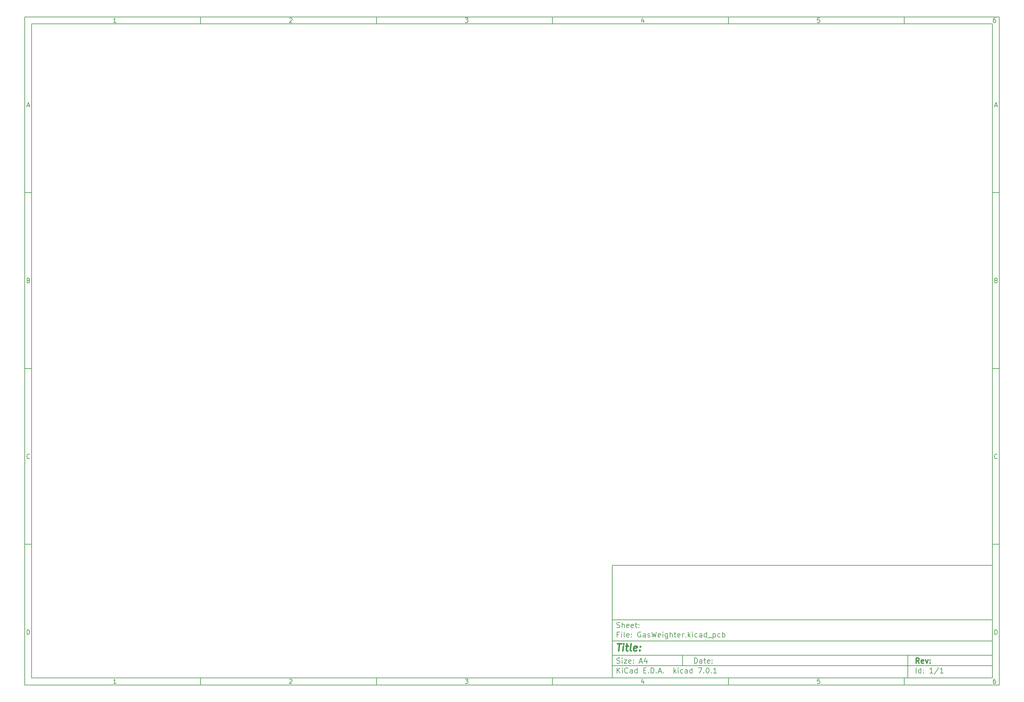
<source format=gbr>
%TF.GenerationSoftware,KiCad,Pcbnew,7.0.1*%
%TF.CreationDate,2023-11-23T19:52:31+01:00*%
%TF.ProjectId,GasWeighter,47617357-6569-4676-9874-65722e6b6963,rev?*%
%TF.SameCoordinates,Original*%
%TF.FileFunction,Paste,Bot*%
%TF.FilePolarity,Positive*%
%FSLAX46Y46*%
G04 Gerber Fmt 4.6, Leading zero omitted, Abs format (unit mm)*
G04 Created by KiCad (PCBNEW 7.0.1) date 2023-11-23 19:52:31*
%MOMM*%
%LPD*%
G01*
G04 APERTURE LIST*
%ADD10C,0.100000*%
%ADD11C,0.150000*%
%ADD12C,0.300000*%
%ADD13C,0.400000*%
G04 APERTURE END LIST*
D10*
D11*
X177002200Y-166007200D02*
X285002200Y-166007200D01*
X285002200Y-198007200D01*
X177002200Y-198007200D01*
X177002200Y-166007200D01*
D10*
D11*
X10000000Y-10000000D02*
X287002200Y-10000000D01*
X287002200Y-200007200D01*
X10000000Y-200007200D01*
X10000000Y-10000000D01*
D10*
D11*
X12000000Y-12000000D02*
X285002200Y-12000000D01*
X285002200Y-198007200D01*
X12000000Y-198007200D01*
X12000000Y-12000000D01*
D10*
D11*
X60000000Y-12000000D02*
X60000000Y-10000000D01*
D10*
D11*
X110000000Y-12000000D02*
X110000000Y-10000000D01*
D10*
D11*
X160000000Y-12000000D02*
X160000000Y-10000000D01*
D10*
D11*
X210000000Y-12000000D02*
X210000000Y-10000000D01*
D10*
D11*
X260000000Y-12000000D02*
X260000000Y-10000000D01*
D10*
D11*
X35990476Y-11601404D02*
X35247619Y-11601404D01*
X35619047Y-11601404D02*
X35619047Y-10301404D01*
X35619047Y-10301404D02*
X35495238Y-10487119D01*
X35495238Y-10487119D02*
X35371428Y-10610928D01*
X35371428Y-10610928D02*
X35247619Y-10672833D01*
D10*
D11*
X85247619Y-10425214D02*
X85309523Y-10363309D01*
X85309523Y-10363309D02*
X85433333Y-10301404D01*
X85433333Y-10301404D02*
X85742857Y-10301404D01*
X85742857Y-10301404D02*
X85866666Y-10363309D01*
X85866666Y-10363309D02*
X85928571Y-10425214D01*
X85928571Y-10425214D02*
X85990476Y-10549023D01*
X85990476Y-10549023D02*
X85990476Y-10672833D01*
X85990476Y-10672833D02*
X85928571Y-10858547D01*
X85928571Y-10858547D02*
X85185714Y-11601404D01*
X85185714Y-11601404D02*
X85990476Y-11601404D01*
D10*
D11*
X135185714Y-10301404D02*
X135990476Y-10301404D01*
X135990476Y-10301404D02*
X135557142Y-10796642D01*
X135557142Y-10796642D02*
X135742857Y-10796642D01*
X135742857Y-10796642D02*
X135866666Y-10858547D01*
X135866666Y-10858547D02*
X135928571Y-10920452D01*
X135928571Y-10920452D02*
X135990476Y-11044261D01*
X135990476Y-11044261D02*
X135990476Y-11353785D01*
X135990476Y-11353785D02*
X135928571Y-11477595D01*
X135928571Y-11477595D02*
X135866666Y-11539500D01*
X135866666Y-11539500D02*
X135742857Y-11601404D01*
X135742857Y-11601404D02*
X135371428Y-11601404D01*
X135371428Y-11601404D02*
X135247619Y-11539500D01*
X135247619Y-11539500D02*
X135185714Y-11477595D01*
D10*
D11*
X185866666Y-10734738D02*
X185866666Y-11601404D01*
X185557142Y-10239500D02*
X185247619Y-11168071D01*
X185247619Y-11168071D02*
X186052380Y-11168071D01*
D10*
D11*
X235928571Y-10301404D02*
X235309523Y-10301404D01*
X235309523Y-10301404D02*
X235247619Y-10920452D01*
X235247619Y-10920452D02*
X235309523Y-10858547D01*
X235309523Y-10858547D02*
X235433333Y-10796642D01*
X235433333Y-10796642D02*
X235742857Y-10796642D01*
X235742857Y-10796642D02*
X235866666Y-10858547D01*
X235866666Y-10858547D02*
X235928571Y-10920452D01*
X235928571Y-10920452D02*
X235990476Y-11044261D01*
X235990476Y-11044261D02*
X235990476Y-11353785D01*
X235990476Y-11353785D02*
X235928571Y-11477595D01*
X235928571Y-11477595D02*
X235866666Y-11539500D01*
X235866666Y-11539500D02*
X235742857Y-11601404D01*
X235742857Y-11601404D02*
X235433333Y-11601404D01*
X235433333Y-11601404D02*
X235309523Y-11539500D01*
X235309523Y-11539500D02*
X235247619Y-11477595D01*
D10*
D11*
X285866666Y-10301404D02*
X285619047Y-10301404D01*
X285619047Y-10301404D02*
X285495238Y-10363309D01*
X285495238Y-10363309D02*
X285433333Y-10425214D01*
X285433333Y-10425214D02*
X285309523Y-10610928D01*
X285309523Y-10610928D02*
X285247619Y-10858547D01*
X285247619Y-10858547D02*
X285247619Y-11353785D01*
X285247619Y-11353785D02*
X285309523Y-11477595D01*
X285309523Y-11477595D02*
X285371428Y-11539500D01*
X285371428Y-11539500D02*
X285495238Y-11601404D01*
X285495238Y-11601404D02*
X285742857Y-11601404D01*
X285742857Y-11601404D02*
X285866666Y-11539500D01*
X285866666Y-11539500D02*
X285928571Y-11477595D01*
X285928571Y-11477595D02*
X285990476Y-11353785D01*
X285990476Y-11353785D02*
X285990476Y-11044261D01*
X285990476Y-11044261D02*
X285928571Y-10920452D01*
X285928571Y-10920452D02*
X285866666Y-10858547D01*
X285866666Y-10858547D02*
X285742857Y-10796642D01*
X285742857Y-10796642D02*
X285495238Y-10796642D01*
X285495238Y-10796642D02*
X285371428Y-10858547D01*
X285371428Y-10858547D02*
X285309523Y-10920452D01*
X285309523Y-10920452D02*
X285247619Y-11044261D01*
D10*
D11*
X60000000Y-198007200D02*
X60000000Y-200007200D01*
D10*
D11*
X110000000Y-198007200D02*
X110000000Y-200007200D01*
D10*
D11*
X160000000Y-198007200D02*
X160000000Y-200007200D01*
D10*
D11*
X210000000Y-198007200D02*
X210000000Y-200007200D01*
D10*
D11*
X260000000Y-198007200D02*
X260000000Y-200007200D01*
D10*
D11*
X35990476Y-199608604D02*
X35247619Y-199608604D01*
X35619047Y-199608604D02*
X35619047Y-198308604D01*
X35619047Y-198308604D02*
X35495238Y-198494319D01*
X35495238Y-198494319D02*
X35371428Y-198618128D01*
X35371428Y-198618128D02*
X35247619Y-198680033D01*
D10*
D11*
X85247619Y-198432414D02*
X85309523Y-198370509D01*
X85309523Y-198370509D02*
X85433333Y-198308604D01*
X85433333Y-198308604D02*
X85742857Y-198308604D01*
X85742857Y-198308604D02*
X85866666Y-198370509D01*
X85866666Y-198370509D02*
X85928571Y-198432414D01*
X85928571Y-198432414D02*
X85990476Y-198556223D01*
X85990476Y-198556223D02*
X85990476Y-198680033D01*
X85990476Y-198680033D02*
X85928571Y-198865747D01*
X85928571Y-198865747D02*
X85185714Y-199608604D01*
X85185714Y-199608604D02*
X85990476Y-199608604D01*
D10*
D11*
X135185714Y-198308604D02*
X135990476Y-198308604D01*
X135990476Y-198308604D02*
X135557142Y-198803842D01*
X135557142Y-198803842D02*
X135742857Y-198803842D01*
X135742857Y-198803842D02*
X135866666Y-198865747D01*
X135866666Y-198865747D02*
X135928571Y-198927652D01*
X135928571Y-198927652D02*
X135990476Y-199051461D01*
X135990476Y-199051461D02*
X135990476Y-199360985D01*
X135990476Y-199360985D02*
X135928571Y-199484795D01*
X135928571Y-199484795D02*
X135866666Y-199546700D01*
X135866666Y-199546700D02*
X135742857Y-199608604D01*
X135742857Y-199608604D02*
X135371428Y-199608604D01*
X135371428Y-199608604D02*
X135247619Y-199546700D01*
X135247619Y-199546700D02*
X135185714Y-199484795D01*
D10*
D11*
X185866666Y-198741938D02*
X185866666Y-199608604D01*
X185557142Y-198246700D02*
X185247619Y-199175271D01*
X185247619Y-199175271D02*
X186052380Y-199175271D01*
D10*
D11*
X235928571Y-198308604D02*
X235309523Y-198308604D01*
X235309523Y-198308604D02*
X235247619Y-198927652D01*
X235247619Y-198927652D02*
X235309523Y-198865747D01*
X235309523Y-198865747D02*
X235433333Y-198803842D01*
X235433333Y-198803842D02*
X235742857Y-198803842D01*
X235742857Y-198803842D02*
X235866666Y-198865747D01*
X235866666Y-198865747D02*
X235928571Y-198927652D01*
X235928571Y-198927652D02*
X235990476Y-199051461D01*
X235990476Y-199051461D02*
X235990476Y-199360985D01*
X235990476Y-199360985D02*
X235928571Y-199484795D01*
X235928571Y-199484795D02*
X235866666Y-199546700D01*
X235866666Y-199546700D02*
X235742857Y-199608604D01*
X235742857Y-199608604D02*
X235433333Y-199608604D01*
X235433333Y-199608604D02*
X235309523Y-199546700D01*
X235309523Y-199546700D02*
X235247619Y-199484795D01*
D10*
D11*
X285866666Y-198308604D02*
X285619047Y-198308604D01*
X285619047Y-198308604D02*
X285495238Y-198370509D01*
X285495238Y-198370509D02*
X285433333Y-198432414D01*
X285433333Y-198432414D02*
X285309523Y-198618128D01*
X285309523Y-198618128D02*
X285247619Y-198865747D01*
X285247619Y-198865747D02*
X285247619Y-199360985D01*
X285247619Y-199360985D02*
X285309523Y-199484795D01*
X285309523Y-199484795D02*
X285371428Y-199546700D01*
X285371428Y-199546700D02*
X285495238Y-199608604D01*
X285495238Y-199608604D02*
X285742857Y-199608604D01*
X285742857Y-199608604D02*
X285866666Y-199546700D01*
X285866666Y-199546700D02*
X285928571Y-199484795D01*
X285928571Y-199484795D02*
X285990476Y-199360985D01*
X285990476Y-199360985D02*
X285990476Y-199051461D01*
X285990476Y-199051461D02*
X285928571Y-198927652D01*
X285928571Y-198927652D02*
X285866666Y-198865747D01*
X285866666Y-198865747D02*
X285742857Y-198803842D01*
X285742857Y-198803842D02*
X285495238Y-198803842D01*
X285495238Y-198803842D02*
X285371428Y-198865747D01*
X285371428Y-198865747D02*
X285309523Y-198927652D01*
X285309523Y-198927652D02*
X285247619Y-199051461D01*
D10*
D11*
X10000000Y-60000000D02*
X12000000Y-60000000D01*
D10*
D11*
X10000000Y-110000000D02*
X12000000Y-110000000D01*
D10*
D11*
X10000000Y-160000000D02*
X12000000Y-160000000D01*
D10*
D11*
X10690476Y-35229976D02*
X11309523Y-35229976D01*
X10566666Y-35601404D02*
X10999999Y-34301404D01*
X10999999Y-34301404D02*
X11433333Y-35601404D01*
D10*
D11*
X11092857Y-84920452D02*
X11278571Y-84982357D01*
X11278571Y-84982357D02*
X11340476Y-85044261D01*
X11340476Y-85044261D02*
X11402380Y-85168071D01*
X11402380Y-85168071D02*
X11402380Y-85353785D01*
X11402380Y-85353785D02*
X11340476Y-85477595D01*
X11340476Y-85477595D02*
X11278571Y-85539500D01*
X11278571Y-85539500D02*
X11154761Y-85601404D01*
X11154761Y-85601404D02*
X10659523Y-85601404D01*
X10659523Y-85601404D02*
X10659523Y-84301404D01*
X10659523Y-84301404D02*
X11092857Y-84301404D01*
X11092857Y-84301404D02*
X11216666Y-84363309D01*
X11216666Y-84363309D02*
X11278571Y-84425214D01*
X11278571Y-84425214D02*
X11340476Y-84549023D01*
X11340476Y-84549023D02*
X11340476Y-84672833D01*
X11340476Y-84672833D02*
X11278571Y-84796642D01*
X11278571Y-84796642D02*
X11216666Y-84858547D01*
X11216666Y-84858547D02*
X11092857Y-84920452D01*
X11092857Y-84920452D02*
X10659523Y-84920452D01*
D10*
D11*
X11402380Y-135477595D02*
X11340476Y-135539500D01*
X11340476Y-135539500D02*
X11154761Y-135601404D01*
X11154761Y-135601404D02*
X11030952Y-135601404D01*
X11030952Y-135601404D02*
X10845238Y-135539500D01*
X10845238Y-135539500D02*
X10721428Y-135415690D01*
X10721428Y-135415690D02*
X10659523Y-135291880D01*
X10659523Y-135291880D02*
X10597619Y-135044261D01*
X10597619Y-135044261D02*
X10597619Y-134858547D01*
X10597619Y-134858547D02*
X10659523Y-134610928D01*
X10659523Y-134610928D02*
X10721428Y-134487119D01*
X10721428Y-134487119D02*
X10845238Y-134363309D01*
X10845238Y-134363309D02*
X11030952Y-134301404D01*
X11030952Y-134301404D02*
X11154761Y-134301404D01*
X11154761Y-134301404D02*
X11340476Y-134363309D01*
X11340476Y-134363309D02*
X11402380Y-134425214D01*
D10*
D11*
X10659523Y-185601404D02*
X10659523Y-184301404D01*
X10659523Y-184301404D02*
X10969047Y-184301404D01*
X10969047Y-184301404D02*
X11154761Y-184363309D01*
X11154761Y-184363309D02*
X11278571Y-184487119D01*
X11278571Y-184487119D02*
X11340476Y-184610928D01*
X11340476Y-184610928D02*
X11402380Y-184858547D01*
X11402380Y-184858547D02*
X11402380Y-185044261D01*
X11402380Y-185044261D02*
X11340476Y-185291880D01*
X11340476Y-185291880D02*
X11278571Y-185415690D01*
X11278571Y-185415690D02*
X11154761Y-185539500D01*
X11154761Y-185539500D02*
X10969047Y-185601404D01*
X10969047Y-185601404D02*
X10659523Y-185601404D01*
D10*
D11*
X287002200Y-60000000D02*
X285002200Y-60000000D01*
D10*
D11*
X287002200Y-110000000D02*
X285002200Y-110000000D01*
D10*
D11*
X287002200Y-160000000D02*
X285002200Y-160000000D01*
D10*
D11*
X285692676Y-35229976D02*
X286311723Y-35229976D01*
X285568866Y-35601404D02*
X286002199Y-34301404D01*
X286002199Y-34301404D02*
X286435533Y-35601404D01*
D10*
D11*
X286095057Y-84920452D02*
X286280771Y-84982357D01*
X286280771Y-84982357D02*
X286342676Y-85044261D01*
X286342676Y-85044261D02*
X286404580Y-85168071D01*
X286404580Y-85168071D02*
X286404580Y-85353785D01*
X286404580Y-85353785D02*
X286342676Y-85477595D01*
X286342676Y-85477595D02*
X286280771Y-85539500D01*
X286280771Y-85539500D02*
X286156961Y-85601404D01*
X286156961Y-85601404D02*
X285661723Y-85601404D01*
X285661723Y-85601404D02*
X285661723Y-84301404D01*
X285661723Y-84301404D02*
X286095057Y-84301404D01*
X286095057Y-84301404D02*
X286218866Y-84363309D01*
X286218866Y-84363309D02*
X286280771Y-84425214D01*
X286280771Y-84425214D02*
X286342676Y-84549023D01*
X286342676Y-84549023D02*
X286342676Y-84672833D01*
X286342676Y-84672833D02*
X286280771Y-84796642D01*
X286280771Y-84796642D02*
X286218866Y-84858547D01*
X286218866Y-84858547D02*
X286095057Y-84920452D01*
X286095057Y-84920452D02*
X285661723Y-84920452D01*
D10*
D11*
X286404580Y-135477595D02*
X286342676Y-135539500D01*
X286342676Y-135539500D02*
X286156961Y-135601404D01*
X286156961Y-135601404D02*
X286033152Y-135601404D01*
X286033152Y-135601404D02*
X285847438Y-135539500D01*
X285847438Y-135539500D02*
X285723628Y-135415690D01*
X285723628Y-135415690D02*
X285661723Y-135291880D01*
X285661723Y-135291880D02*
X285599819Y-135044261D01*
X285599819Y-135044261D02*
X285599819Y-134858547D01*
X285599819Y-134858547D02*
X285661723Y-134610928D01*
X285661723Y-134610928D02*
X285723628Y-134487119D01*
X285723628Y-134487119D02*
X285847438Y-134363309D01*
X285847438Y-134363309D02*
X286033152Y-134301404D01*
X286033152Y-134301404D02*
X286156961Y-134301404D01*
X286156961Y-134301404D02*
X286342676Y-134363309D01*
X286342676Y-134363309D02*
X286404580Y-134425214D01*
D10*
D11*
X285661723Y-185601404D02*
X285661723Y-184301404D01*
X285661723Y-184301404D02*
X285971247Y-184301404D01*
X285971247Y-184301404D02*
X286156961Y-184363309D01*
X286156961Y-184363309D02*
X286280771Y-184487119D01*
X286280771Y-184487119D02*
X286342676Y-184610928D01*
X286342676Y-184610928D02*
X286404580Y-184858547D01*
X286404580Y-184858547D02*
X286404580Y-185044261D01*
X286404580Y-185044261D02*
X286342676Y-185291880D01*
X286342676Y-185291880D02*
X286280771Y-185415690D01*
X286280771Y-185415690D02*
X286156961Y-185539500D01*
X286156961Y-185539500D02*
X285971247Y-185601404D01*
X285971247Y-185601404D02*
X285661723Y-185601404D01*
D10*
D11*
X200359342Y-193801128D02*
X200359342Y-192301128D01*
X200359342Y-192301128D02*
X200716485Y-192301128D01*
X200716485Y-192301128D02*
X200930771Y-192372557D01*
X200930771Y-192372557D02*
X201073628Y-192515414D01*
X201073628Y-192515414D02*
X201145057Y-192658271D01*
X201145057Y-192658271D02*
X201216485Y-192943985D01*
X201216485Y-192943985D02*
X201216485Y-193158271D01*
X201216485Y-193158271D02*
X201145057Y-193443985D01*
X201145057Y-193443985D02*
X201073628Y-193586842D01*
X201073628Y-193586842D02*
X200930771Y-193729700D01*
X200930771Y-193729700D02*
X200716485Y-193801128D01*
X200716485Y-193801128D02*
X200359342Y-193801128D01*
X202502200Y-193801128D02*
X202502200Y-193015414D01*
X202502200Y-193015414D02*
X202430771Y-192872557D01*
X202430771Y-192872557D02*
X202287914Y-192801128D01*
X202287914Y-192801128D02*
X202002200Y-192801128D01*
X202002200Y-192801128D02*
X201859342Y-192872557D01*
X202502200Y-193729700D02*
X202359342Y-193801128D01*
X202359342Y-193801128D02*
X202002200Y-193801128D01*
X202002200Y-193801128D02*
X201859342Y-193729700D01*
X201859342Y-193729700D02*
X201787914Y-193586842D01*
X201787914Y-193586842D02*
X201787914Y-193443985D01*
X201787914Y-193443985D02*
X201859342Y-193301128D01*
X201859342Y-193301128D02*
X202002200Y-193229700D01*
X202002200Y-193229700D02*
X202359342Y-193229700D01*
X202359342Y-193229700D02*
X202502200Y-193158271D01*
X203002200Y-192801128D02*
X203573628Y-192801128D01*
X203216485Y-192301128D02*
X203216485Y-193586842D01*
X203216485Y-193586842D02*
X203287914Y-193729700D01*
X203287914Y-193729700D02*
X203430771Y-193801128D01*
X203430771Y-193801128D02*
X203573628Y-193801128D01*
X204645057Y-193729700D02*
X204502200Y-193801128D01*
X204502200Y-193801128D02*
X204216486Y-193801128D01*
X204216486Y-193801128D02*
X204073628Y-193729700D01*
X204073628Y-193729700D02*
X204002200Y-193586842D01*
X204002200Y-193586842D02*
X204002200Y-193015414D01*
X204002200Y-193015414D02*
X204073628Y-192872557D01*
X204073628Y-192872557D02*
X204216486Y-192801128D01*
X204216486Y-192801128D02*
X204502200Y-192801128D01*
X204502200Y-192801128D02*
X204645057Y-192872557D01*
X204645057Y-192872557D02*
X204716486Y-193015414D01*
X204716486Y-193015414D02*
X204716486Y-193158271D01*
X204716486Y-193158271D02*
X204002200Y-193301128D01*
X205359342Y-193658271D02*
X205430771Y-193729700D01*
X205430771Y-193729700D02*
X205359342Y-193801128D01*
X205359342Y-193801128D02*
X205287914Y-193729700D01*
X205287914Y-193729700D02*
X205359342Y-193658271D01*
X205359342Y-193658271D02*
X205359342Y-193801128D01*
X205359342Y-192872557D02*
X205430771Y-192943985D01*
X205430771Y-192943985D02*
X205359342Y-193015414D01*
X205359342Y-193015414D02*
X205287914Y-192943985D01*
X205287914Y-192943985D02*
X205359342Y-192872557D01*
X205359342Y-192872557D02*
X205359342Y-193015414D01*
D10*
D11*
X177002200Y-194507200D02*
X285002200Y-194507200D01*
D10*
D11*
X178359342Y-196601128D02*
X178359342Y-195101128D01*
X179216485Y-196601128D02*
X178573628Y-195743985D01*
X179216485Y-195101128D02*
X178359342Y-195958271D01*
X179859342Y-196601128D02*
X179859342Y-195601128D01*
X179859342Y-195101128D02*
X179787914Y-195172557D01*
X179787914Y-195172557D02*
X179859342Y-195243985D01*
X179859342Y-195243985D02*
X179930771Y-195172557D01*
X179930771Y-195172557D02*
X179859342Y-195101128D01*
X179859342Y-195101128D02*
X179859342Y-195243985D01*
X181430771Y-196458271D02*
X181359343Y-196529700D01*
X181359343Y-196529700D02*
X181145057Y-196601128D01*
X181145057Y-196601128D02*
X181002200Y-196601128D01*
X181002200Y-196601128D02*
X180787914Y-196529700D01*
X180787914Y-196529700D02*
X180645057Y-196386842D01*
X180645057Y-196386842D02*
X180573628Y-196243985D01*
X180573628Y-196243985D02*
X180502200Y-195958271D01*
X180502200Y-195958271D02*
X180502200Y-195743985D01*
X180502200Y-195743985D02*
X180573628Y-195458271D01*
X180573628Y-195458271D02*
X180645057Y-195315414D01*
X180645057Y-195315414D02*
X180787914Y-195172557D01*
X180787914Y-195172557D02*
X181002200Y-195101128D01*
X181002200Y-195101128D02*
X181145057Y-195101128D01*
X181145057Y-195101128D02*
X181359343Y-195172557D01*
X181359343Y-195172557D02*
X181430771Y-195243985D01*
X182716486Y-196601128D02*
X182716486Y-195815414D01*
X182716486Y-195815414D02*
X182645057Y-195672557D01*
X182645057Y-195672557D02*
X182502200Y-195601128D01*
X182502200Y-195601128D02*
X182216486Y-195601128D01*
X182216486Y-195601128D02*
X182073628Y-195672557D01*
X182716486Y-196529700D02*
X182573628Y-196601128D01*
X182573628Y-196601128D02*
X182216486Y-196601128D01*
X182216486Y-196601128D02*
X182073628Y-196529700D01*
X182073628Y-196529700D02*
X182002200Y-196386842D01*
X182002200Y-196386842D02*
X182002200Y-196243985D01*
X182002200Y-196243985D02*
X182073628Y-196101128D01*
X182073628Y-196101128D02*
X182216486Y-196029700D01*
X182216486Y-196029700D02*
X182573628Y-196029700D01*
X182573628Y-196029700D02*
X182716486Y-195958271D01*
X184073629Y-196601128D02*
X184073629Y-195101128D01*
X184073629Y-196529700D02*
X183930771Y-196601128D01*
X183930771Y-196601128D02*
X183645057Y-196601128D01*
X183645057Y-196601128D02*
X183502200Y-196529700D01*
X183502200Y-196529700D02*
X183430771Y-196458271D01*
X183430771Y-196458271D02*
X183359343Y-196315414D01*
X183359343Y-196315414D02*
X183359343Y-195886842D01*
X183359343Y-195886842D02*
X183430771Y-195743985D01*
X183430771Y-195743985D02*
X183502200Y-195672557D01*
X183502200Y-195672557D02*
X183645057Y-195601128D01*
X183645057Y-195601128D02*
X183930771Y-195601128D01*
X183930771Y-195601128D02*
X184073629Y-195672557D01*
X185930771Y-195815414D02*
X186430771Y-195815414D01*
X186645057Y-196601128D02*
X185930771Y-196601128D01*
X185930771Y-196601128D02*
X185930771Y-195101128D01*
X185930771Y-195101128D02*
X186645057Y-195101128D01*
X187287914Y-196458271D02*
X187359343Y-196529700D01*
X187359343Y-196529700D02*
X187287914Y-196601128D01*
X187287914Y-196601128D02*
X187216486Y-196529700D01*
X187216486Y-196529700D02*
X187287914Y-196458271D01*
X187287914Y-196458271D02*
X187287914Y-196601128D01*
X188002200Y-196601128D02*
X188002200Y-195101128D01*
X188002200Y-195101128D02*
X188359343Y-195101128D01*
X188359343Y-195101128D02*
X188573629Y-195172557D01*
X188573629Y-195172557D02*
X188716486Y-195315414D01*
X188716486Y-195315414D02*
X188787915Y-195458271D01*
X188787915Y-195458271D02*
X188859343Y-195743985D01*
X188859343Y-195743985D02*
X188859343Y-195958271D01*
X188859343Y-195958271D02*
X188787915Y-196243985D01*
X188787915Y-196243985D02*
X188716486Y-196386842D01*
X188716486Y-196386842D02*
X188573629Y-196529700D01*
X188573629Y-196529700D02*
X188359343Y-196601128D01*
X188359343Y-196601128D02*
X188002200Y-196601128D01*
X189502200Y-196458271D02*
X189573629Y-196529700D01*
X189573629Y-196529700D02*
X189502200Y-196601128D01*
X189502200Y-196601128D02*
X189430772Y-196529700D01*
X189430772Y-196529700D02*
X189502200Y-196458271D01*
X189502200Y-196458271D02*
X189502200Y-196601128D01*
X190145058Y-196172557D02*
X190859344Y-196172557D01*
X190002201Y-196601128D02*
X190502201Y-195101128D01*
X190502201Y-195101128D02*
X191002201Y-196601128D01*
X191502200Y-196458271D02*
X191573629Y-196529700D01*
X191573629Y-196529700D02*
X191502200Y-196601128D01*
X191502200Y-196601128D02*
X191430772Y-196529700D01*
X191430772Y-196529700D02*
X191502200Y-196458271D01*
X191502200Y-196458271D02*
X191502200Y-196601128D01*
X194502200Y-196601128D02*
X194502200Y-195101128D01*
X194645058Y-196029700D02*
X195073629Y-196601128D01*
X195073629Y-195601128D02*
X194502200Y-196172557D01*
X195716486Y-196601128D02*
X195716486Y-195601128D01*
X195716486Y-195101128D02*
X195645058Y-195172557D01*
X195645058Y-195172557D02*
X195716486Y-195243985D01*
X195716486Y-195243985D02*
X195787915Y-195172557D01*
X195787915Y-195172557D02*
X195716486Y-195101128D01*
X195716486Y-195101128D02*
X195716486Y-195243985D01*
X197073630Y-196529700D02*
X196930772Y-196601128D01*
X196930772Y-196601128D02*
X196645058Y-196601128D01*
X196645058Y-196601128D02*
X196502201Y-196529700D01*
X196502201Y-196529700D02*
X196430772Y-196458271D01*
X196430772Y-196458271D02*
X196359344Y-196315414D01*
X196359344Y-196315414D02*
X196359344Y-195886842D01*
X196359344Y-195886842D02*
X196430772Y-195743985D01*
X196430772Y-195743985D02*
X196502201Y-195672557D01*
X196502201Y-195672557D02*
X196645058Y-195601128D01*
X196645058Y-195601128D02*
X196930772Y-195601128D01*
X196930772Y-195601128D02*
X197073630Y-195672557D01*
X198359344Y-196601128D02*
X198359344Y-195815414D01*
X198359344Y-195815414D02*
X198287915Y-195672557D01*
X198287915Y-195672557D02*
X198145058Y-195601128D01*
X198145058Y-195601128D02*
X197859344Y-195601128D01*
X197859344Y-195601128D02*
X197716486Y-195672557D01*
X198359344Y-196529700D02*
X198216486Y-196601128D01*
X198216486Y-196601128D02*
X197859344Y-196601128D01*
X197859344Y-196601128D02*
X197716486Y-196529700D01*
X197716486Y-196529700D02*
X197645058Y-196386842D01*
X197645058Y-196386842D02*
X197645058Y-196243985D01*
X197645058Y-196243985D02*
X197716486Y-196101128D01*
X197716486Y-196101128D02*
X197859344Y-196029700D01*
X197859344Y-196029700D02*
X198216486Y-196029700D01*
X198216486Y-196029700D02*
X198359344Y-195958271D01*
X199716487Y-196601128D02*
X199716487Y-195101128D01*
X199716487Y-196529700D02*
X199573629Y-196601128D01*
X199573629Y-196601128D02*
X199287915Y-196601128D01*
X199287915Y-196601128D02*
X199145058Y-196529700D01*
X199145058Y-196529700D02*
X199073629Y-196458271D01*
X199073629Y-196458271D02*
X199002201Y-196315414D01*
X199002201Y-196315414D02*
X199002201Y-195886842D01*
X199002201Y-195886842D02*
X199073629Y-195743985D01*
X199073629Y-195743985D02*
X199145058Y-195672557D01*
X199145058Y-195672557D02*
X199287915Y-195601128D01*
X199287915Y-195601128D02*
X199573629Y-195601128D01*
X199573629Y-195601128D02*
X199716487Y-195672557D01*
X201430772Y-195101128D02*
X202430772Y-195101128D01*
X202430772Y-195101128D02*
X201787915Y-196601128D01*
X203002200Y-196458271D02*
X203073629Y-196529700D01*
X203073629Y-196529700D02*
X203002200Y-196601128D01*
X203002200Y-196601128D02*
X202930772Y-196529700D01*
X202930772Y-196529700D02*
X203002200Y-196458271D01*
X203002200Y-196458271D02*
X203002200Y-196601128D01*
X204002201Y-195101128D02*
X204145058Y-195101128D01*
X204145058Y-195101128D02*
X204287915Y-195172557D01*
X204287915Y-195172557D02*
X204359344Y-195243985D01*
X204359344Y-195243985D02*
X204430772Y-195386842D01*
X204430772Y-195386842D02*
X204502201Y-195672557D01*
X204502201Y-195672557D02*
X204502201Y-196029700D01*
X204502201Y-196029700D02*
X204430772Y-196315414D01*
X204430772Y-196315414D02*
X204359344Y-196458271D01*
X204359344Y-196458271D02*
X204287915Y-196529700D01*
X204287915Y-196529700D02*
X204145058Y-196601128D01*
X204145058Y-196601128D02*
X204002201Y-196601128D01*
X204002201Y-196601128D02*
X203859344Y-196529700D01*
X203859344Y-196529700D02*
X203787915Y-196458271D01*
X203787915Y-196458271D02*
X203716486Y-196315414D01*
X203716486Y-196315414D02*
X203645058Y-196029700D01*
X203645058Y-196029700D02*
X203645058Y-195672557D01*
X203645058Y-195672557D02*
X203716486Y-195386842D01*
X203716486Y-195386842D02*
X203787915Y-195243985D01*
X203787915Y-195243985D02*
X203859344Y-195172557D01*
X203859344Y-195172557D02*
X204002201Y-195101128D01*
X205145057Y-196458271D02*
X205216486Y-196529700D01*
X205216486Y-196529700D02*
X205145057Y-196601128D01*
X205145057Y-196601128D02*
X205073629Y-196529700D01*
X205073629Y-196529700D02*
X205145057Y-196458271D01*
X205145057Y-196458271D02*
X205145057Y-196601128D01*
X206645058Y-196601128D02*
X205787915Y-196601128D01*
X206216486Y-196601128D02*
X206216486Y-195101128D01*
X206216486Y-195101128D02*
X206073629Y-195315414D01*
X206073629Y-195315414D02*
X205930772Y-195458271D01*
X205930772Y-195458271D02*
X205787915Y-195529700D01*
D10*
D11*
X177002200Y-191507200D02*
X285002200Y-191507200D01*
D10*
D12*
X264216485Y-193801128D02*
X263716485Y-193086842D01*
X263359342Y-193801128D02*
X263359342Y-192301128D01*
X263359342Y-192301128D02*
X263930771Y-192301128D01*
X263930771Y-192301128D02*
X264073628Y-192372557D01*
X264073628Y-192372557D02*
X264145057Y-192443985D01*
X264145057Y-192443985D02*
X264216485Y-192586842D01*
X264216485Y-192586842D02*
X264216485Y-192801128D01*
X264216485Y-192801128D02*
X264145057Y-192943985D01*
X264145057Y-192943985D02*
X264073628Y-193015414D01*
X264073628Y-193015414D02*
X263930771Y-193086842D01*
X263930771Y-193086842D02*
X263359342Y-193086842D01*
X265430771Y-193729700D02*
X265287914Y-193801128D01*
X265287914Y-193801128D02*
X265002200Y-193801128D01*
X265002200Y-193801128D02*
X264859342Y-193729700D01*
X264859342Y-193729700D02*
X264787914Y-193586842D01*
X264787914Y-193586842D02*
X264787914Y-193015414D01*
X264787914Y-193015414D02*
X264859342Y-192872557D01*
X264859342Y-192872557D02*
X265002200Y-192801128D01*
X265002200Y-192801128D02*
X265287914Y-192801128D01*
X265287914Y-192801128D02*
X265430771Y-192872557D01*
X265430771Y-192872557D02*
X265502200Y-193015414D01*
X265502200Y-193015414D02*
X265502200Y-193158271D01*
X265502200Y-193158271D02*
X264787914Y-193301128D01*
X266002199Y-192801128D02*
X266359342Y-193801128D01*
X266359342Y-193801128D02*
X266716485Y-192801128D01*
X267287913Y-193658271D02*
X267359342Y-193729700D01*
X267359342Y-193729700D02*
X267287913Y-193801128D01*
X267287913Y-193801128D02*
X267216485Y-193729700D01*
X267216485Y-193729700D02*
X267287913Y-193658271D01*
X267287913Y-193658271D02*
X267287913Y-193801128D01*
X267287913Y-192872557D02*
X267359342Y-192943985D01*
X267359342Y-192943985D02*
X267287913Y-193015414D01*
X267287913Y-193015414D02*
X267216485Y-192943985D01*
X267216485Y-192943985D02*
X267287913Y-192872557D01*
X267287913Y-192872557D02*
X267287913Y-193015414D01*
D10*
D11*
X178287914Y-193729700D02*
X178502200Y-193801128D01*
X178502200Y-193801128D02*
X178859342Y-193801128D01*
X178859342Y-193801128D02*
X179002200Y-193729700D01*
X179002200Y-193729700D02*
X179073628Y-193658271D01*
X179073628Y-193658271D02*
X179145057Y-193515414D01*
X179145057Y-193515414D02*
X179145057Y-193372557D01*
X179145057Y-193372557D02*
X179073628Y-193229700D01*
X179073628Y-193229700D02*
X179002200Y-193158271D01*
X179002200Y-193158271D02*
X178859342Y-193086842D01*
X178859342Y-193086842D02*
X178573628Y-193015414D01*
X178573628Y-193015414D02*
X178430771Y-192943985D01*
X178430771Y-192943985D02*
X178359342Y-192872557D01*
X178359342Y-192872557D02*
X178287914Y-192729700D01*
X178287914Y-192729700D02*
X178287914Y-192586842D01*
X178287914Y-192586842D02*
X178359342Y-192443985D01*
X178359342Y-192443985D02*
X178430771Y-192372557D01*
X178430771Y-192372557D02*
X178573628Y-192301128D01*
X178573628Y-192301128D02*
X178930771Y-192301128D01*
X178930771Y-192301128D02*
X179145057Y-192372557D01*
X179787913Y-193801128D02*
X179787913Y-192801128D01*
X179787913Y-192301128D02*
X179716485Y-192372557D01*
X179716485Y-192372557D02*
X179787913Y-192443985D01*
X179787913Y-192443985D02*
X179859342Y-192372557D01*
X179859342Y-192372557D02*
X179787913Y-192301128D01*
X179787913Y-192301128D02*
X179787913Y-192443985D01*
X180359342Y-192801128D02*
X181145057Y-192801128D01*
X181145057Y-192801128D02*
X180359342Y-193801128D01*
X180359342Y-193801128D02*
X181145057Y-193801128D01*
X182287914Y-193729700D02*
X182145057Y-193801128D01*
X182145057Y-193801128D02*
X181859343Y-193801128D01*
X181859343Y-193801128D02*
X181716485Y-193729700D01*
X181716485Y-193729700D02*
X181645057Y-193586842D01*
X181645057Y-193586842D02*
X181645057Y-193015414D01*
X181645057Y-193015414D02*
X181716485Y-192872557D01*
X181716485Y-192872557D02*
X181859343Y-192801128D01*
X181859343Y-192801128D02*
X182145057Y-192801128D01*
X182145057Y-192801128D02*
X182287914Y-192872557D01*
X182287914Y-192872557D02*
X182359343Y-193015414D01*
X182359343Y-193015414D02*
X182359343Y-193158271D01*
X182359343Y-193158271D02*
X181645057Y-193301128D01*
X183002199Y-193658271D02*
X183073628Y-193729700D01*
X183073628Y-193729700D02*
X183002199Y-193801128D01*
X183002199Y-193801128D02*
X182930771Y-193729700D01*
X182930771Y-193729700D02*
X183002199Y-193658271D01*
X183002199Y-193658271D02*
X183002199Y-193801128D01*
X183002199Y-192872557D02*
X183073628Y-192943985D01*
X183073628Y-192943985D02*
X183002199Y-193015414D01*
X183002199Y-193015414D02*
X182930771Y-192943985D01*
X182930771Y-192943985D02*
X183002199Y-192872557D01*
X183002199Y-192872557D02*
X183002199Y-193015414D01*
X184787914Y-193372557D02*
X185502200Y-193372557D01*
X184645057Y-193801128D02*
X185145057Y-192301128D01*
X185145057Y-192301128D02*
X185645057Y-193801128D01*
X186787914Y-192801128D02*
X186787914Y-193801128D01*
X186430771Y-192229700D02*
X186073628Y-193301128D01*
X186073628Y-193301128D02*
X187002199Y-193301128D01*
D10*
D11*
X263359342Y-196601128D02*
X263359342Y-195101128D01*
X264716486Y-196601128D02*
X264716486Y-195101128D01*
X264716486Y-196529700D02*
X264573628Y-196601128D01*
X264573628Y-196601128D02*
X264287914Y-196601128D01*
X264287914Y-196601128D02*
X264145057Y-196529700D01*
X264145057Y-196529700D02*
X264073628Y-196458271D01*
X264073628Y-196458271D02*
X264002200Y-196315414D01*
X264002200Y-196315414D02*
X264002200Y-195886842D01*
X264002200Y-195886842D02*
X264073628Y-195743985D01*
X264073628Y-195743985D02*
X264145057Y-195672557D01*
X264145057Y-195672557D02*
X264287914Y-195601128D01*
X264287914Y-195601128D02*
X264573628Y-195601128D01*
X264573628Y-195601128D02*
X264716486Y-195672557D01*
X265430771Y-196458271D02*
X265502200Y-196529700D01*
X265502200Y-196529700D02*
X265430771Y-196601128D01*
X265430771Y-196601128D02*
X265359343Y-196529700D01*
X265359343Y-196529700D02*
X265430771Y-196458271D01*
X265430771Y-196458271D02*
X265430771Y-196601128D01*
X265430771Y-195672557D02*
X265502200Y-195743985D01*
X265502200Y-195743985D02*
X265430771Y-195815414D01*
X265430771Y-195815414D02*
X265359343Y-195743985D01*
X265359343Y-195743985D02*
X265430771Y-195672557D01*
X265430771Y-195672557D02*
X265430771Y-195815414D01*
X268073629Y-196601128D02*
X267216486Y-196601128D01*
X267645057Y-196601128D02*
X267645057Y-195101128D01*
X267645057Y-195101128D02*
X267502200Y-195315414D01*
X267502200Y-195315414D02*
X267359343Y-195458271D01*
X267359343Y-195458271D02*
X267216486Y-195529700D01*
X269787914Y-195029700D02*
X268502200Y-196958271D01*
X271073629Y-196601128D02*
X270216486Y-196601128D01*
X270645057Y-196601128D02*
X270645057Y-195101128D01*
X270645057Y-195101128D02*
X270502200Y-195315414D01*
X270502200Y-195315414D02*
X270359343Y-195458271D01*
X270359343Y-195458271D02*
X270216486Y-195529700D01*
D10*
D11*
X177002200Y-187507200D02*
X285002200Y-187507200D01*
D10*
D13*
X178430771Y-188232438D02*
X179573628Y-188232438D01*
X178752200Y-190232438D02*
X179002200Y-188232438D01*
X179978390Y-190232438D02*
X180145057Y-188899104D01*
X180228390Y-188232438D02*
X180121247Y-188327676D01*
X180121247Y-188327676D02*
X180204581Y-188422914D01*
X180204581Y-188422914D02*
X180311724Y-188327676D01*
X180311724Y-188327676D02*
X180228390Y-188232438D01*
X180228390Y-188232438D02*
X180204581Y-188422914D01*
X180799819Y-188899104D02*
X181561723Y-188899104D01*
X181168866Y-188232438D02*
X180954581Y-189946723D01*
X180954581Y-189946723D02*
X181026009Y-190137200D01*
X181026009Y-190137200D02*
X181204581Y-190232438D01*
X181204581Y-190232438D02*
X181395057Y-190232438D01*
X182335533Y-190232438D02*
X182156961Y-190137200D01*
X182156961Y-190137200D02*
X182085533Y-189946723D01*
X182085533Y-189946723D02*
X182299818Y-188232438D01*
X183859342Y-190137200D02*
X183656961Y-190232438D01*
X183656961Y-190232438D02*
X183276008Y-190232438D01*
X183276008Y-190232438D02*
X183097437Y-190137200D01*
X183097437Y-190137200D02*
X183026008Y-189946723D01*
X183026008Y-189946723D02*
X183121247Y-189184819D01*
X183121247Y-189184819D02*
X183240294Y-188994342D01*
X183240294Y-188994342D02*
X183442675Y-188899104D01*
X183442675Y-188899104D02*
X183823627Y-188899104D01*
X183823627Y-188899104D02*
X184002199Y-188994342D01*
X184002199Y-188994342D02*
X184073627Y-189184819D01*
X184073627Y-189184819D02*
X184049818Y-189375295D01*
X184049818Y-189375295D02*
X183073627Y-189565771D01*
X184811723Y-190041961D02*
X184895056Y-190137200D01*
X184895056Y-190137200D02*
X184787913Y-190232438D01*
X184787913Y-190232438D02*
X184704580Y-190137200D01*
X184704580Y-190137200D02*
X184811723Y-190041961D01*
X184811723Y-190041961D02*
X184787913Y-190232438D01*
X184942675Y-188994342D02*
X185026008Y-189089580D01*
X185026008Y-189089580D02*
X184918866Y-189184819D01*
X184918866Y-189184819D02*
X184835532Y-189089580D01*
X184835532Y-189089580D02*
X184942675Y-188994342D01*
X184942675Y-188994342D02*
X184918866Y-189184819D01*
D10*
D11*
X178859342Y-185615414D02*
X178359342Y-185615414D01*
X178359342Y-186401128D02*
X178359342Y-184901128D01*
X178359342Y-184901128D02*
X179073628Y-184901128D01*
X179645056Y-186401128D02*
X179645056Y-185401128D01*
X179645056Y-184901128D02*
X179573628Y-184972557D01*
X179573628Y-184972557D02*
X179645056Y-185043985D01*
X179645056Y-185043985D02*
X179716485Y-184972557D01*
X179716485Y-184972557D02*
X179645056Y-184901128D01*
X179645056Y-184901128D02*
X179645056Y-185043985D01*
X180573628Y-186401128D02*
X180430771Y-186329700D01*
X180430771Y-186329700D02*
X180359342Y-186186842D01*
X180359342Y-186186842D02*
X180359342Y-184901128D01*
X181716485Y-186329700D02*
X181573628Y-186401128D01*
X181573628Y-186401128D02*
X181287914Y-186401128D01*
X181287914Y-186401128D02*
X181145056Y-186329700D01*
X181145056Y-186329700D02*
X181073628Y-186186842D01*
X181073628Y-186186842D02*
X181073628Y-185615414D01*
X181073628Y-185615414D02*
X181145056Y-185472557D01*
X181145056Y-185472557D02*
X181287914Y-185401128D01*
X181287914Y-185401128D02*
X181573628Y-185401128D01*
X181573628Y-185401128D02*
X181716485Y-185472557D01*
X181716485Y-185472557D02*
X181787914Y-185615414D01*
X181787914Y-185615414D02*
X181787914Y-185758271D01*
X181787914Y-185758271D02*
X181073628Y-185901128D01*
X182430770Y-186258271D02*
X182502199Y-186329700D01*
X182502199Y-186329700D02*
X182430770Y-186401128D01*
X182430770Y-186401128D02*
X182359342Y-186329700D01*
X182359342Y-186329700D02*
X182430770Y-186258271D01*
X182430770Y-186258271D02*
X182430770Y-186401128D01*
X182430770Y-185472557D02*
X182502199Y-185543985D01*
X182502199Y-185543985D02*
X182430770Y-185615414D01*
X182430770Y-185615414D02*
X182359342Y-185543985D01*
X182359342Y-185543985D02*
X182430770Y-185472557D01*
X182430770Y-185472557D02*
X182430770Y-185615414D01*
X185073628Y-184972557D02*
X184930771Y-184901128D01*
X184930771Y-184901128D02*
X184716485Y-184901128D01*
X184716485Y-184901128D02*
X184502199Y-184972557D01*
X184502199Y-184972557D02*
X184359342Y-185115414D01*
X184359342Y-185115414D02*
X184287913Y-185258271D01*
X184287913Y-185258271D02*
X184216485Y-185543985D01*
X184216485Y-185543985D02*
X184216485Y-185758271D01*
X184216485Y-185758271D02*
X184287913Y-186043985D01*
X184287913Y-186043985D02*
X184359342Y-186186842D01*
X184359342Y-186186842D02*
X184502199Y-186329700D01*
X184502199Y-186329700D02*
X184716485Y-186401128D01*
X184716485Y-186401128D02*
X184859342Y-186401128D01*
X184859342Y-186401128D02*
X185073628Y-186329700D01*
X185073628Y-186329700D02*
X185145056Y-186258271D01*
X185145056Y-186258271D02*
X185145056Y-185758271D01*
X185145056Y-185758271D02*
X184859342Y-185758271D01*
X186430771Y-186401128D02*
X186430771Y-185615414D01*
X186430771Y-185615414D02*
X186359342Y-185472557D01*
X186359342Y-185472557D02*
X186216485Y-185401128D01*
X186216485Y-185401128D02*
X185930771Y-185401128D01*
X185930771Y-185401128D02*
X185787913Y-185472557D01*
X186430771Y-186329700D02*
X186287913Y-186401128D01*
X186287913Y-186401128D02*
X185930771Y-186401128D01*
X185930771Y-186401128D02*
X185787913Y-186329700D01*
X185787913Y-186329700D02*
X185716485Y-186186842D01*
X185716485Y-186186842D02*
X185716485Y-186043985D01*
X185716485Y-186043985D02*
X185787913Y-185901128D01*
X185787913Y-185901128D02*
X185930771Y-185829700D01*
X185930771Y-185829700D02*
X186287913Y-185829700D01*
X186287913Y-185829700D02*
X186430771Y-185758271D01*
X187073628Y-186329700D02*
X187216485Y-186401128D01*
X187216485Y-186401128D02*
X187502199Y-186401128D01*
X187502199Y-186401128D02*
X187645056Y-186329700D01*
X187645056Y-186329700D02*
X187716485Y-186186842D01*
X187716485Y-186186842D02*
X187716485Y-186115414D01*
X187716485Y-186115414D02*
X187645056Y-185972557D01*
X187645056Y-185972557D02*
X187502199Y-185901128D01*
X187502199Y-185901128D02*
X187287914Y-185901128D01*
X187287914Y-185901128D02*
X187145056Y-185829700D01*
X187145056Y-185829700D02*
X187073628Y-185686842D01*
X187073628Y-185686842D02*
X187073628Y-185615414D01*
X187073628Y-185615414D02*
X187145056Y-185472557D01*
X187145056Y-185472557D02*
X187287914Y-185401128D01*
X187287914Y-185401128D02*
X187502199Y-185401128D01*
X187502199Y-185401128D02*
X187645056Y-185472557D01*
X188216485Y-184901128D02*
X188573628Y-186401128D01*
X188573628Y-186401128D02*
X188859342Y-185329700D01*
X188859342Y-185329700D02*
X189145057Y-186401128D01*
X189145057Y-186401128D02*
X189502200Y-184901128D01*
X190645057Y-186329700D02*
X190502200Y-186401128D01*
X190502200Y-186401128D02*
X190216486Y-186401128D01*
X190216486Y-186401128D02*
X190073628Y-186329700D01*
X190073628Y-186329700D02*
X190002200Y-186186842D01*
X190002200Y-186186842D02*
X190002200Y-185615414D01*
X190002200Y-185615414D02*
X190073628Y-185472557D01*
X190073628Y-185472557D02*
X190216486Y-185401128D01*
X190216486Y-185401128D02*
X190502200Y-185401128D01*
X190502200Y-185401128D02*
X190645057Y-185472557D01*
X190645057Y-185472557D02*
X190716486Y-185615414D01*
X190716486Y-185615414D02*
X190716486Y-185758271D01*
X190716486Y-185758271D02*
X190002200Y-185901128D01*
X191359342Y-186401128D02*
X191359342Y-185401128D01*
X191359342Y-184901128D02*
X191287914Y-184972557D01*
X191287914Y-184972557D02*
X191359342Y-185043985D01*
X191359342Y-185043985D02*
X191430771Y-184972557D01*
X191430771Y-184972557D02*
X191359342Y-184901128D01*
X191359342Y-184901128D02*
X191359342Y-185043985D01*
X192716486Y-185401128D02*
X192716486Y-186615414D01*
X192716486Y-186615414D02*
X192645057Y-186758271D01*
X192645057Y-186758271D02*
X192573628Y-186829700D01*
X192573628Y-186829700D02*
X192430771Y-186901128D01*
X192430771Y-186901128D02*
X192216486Y-186901128D01*
X192216486Y-186901128D02*
X192073628Y-186829700D01*
X192716486Y-186329700D02*
X192573628Y-186401128D01*
X192573628Y-186401128D02*
X192287914Y-186401128D01*
X192287914Y-186401128D02*
X192145057Y-186329700D01*
X192145057Y-186329700D02*
X192073628Y-186258271D01*
X192073628Y-186258271D02*
X192002200Y-186115414D01*
X192002200Y-186115414D02*
X192002200Y-185686842D01*
X192002200Y-185686842D02*
X192073628Y-185543985D01*
X192073628Y-185543985D02*
X192145057Y-185472557D01*
X192145057Y-185472557D02*
X192287914Y-185401128D01*
X192287914Y-185401128D02*
X192573628Y-185401128D01*
X192573628Y-185401128D02*
X192716486Y-185472557D01*
X193430771Y-186401128D02*
X193430771Y-184901128D01*
X194073629Y-186401128D02*
X194073629Y-185615414D01*
X194073629Y-185615414D02*
X194002200Y-185472557D01*
X194002200Y-185472557D02*
X193859343Y-185401128D01*
X193859343Y-185401128D02*
X193645057Y-185401128D01*
X193645057Y-185401128D02*
X193502200Y-185472557D01*
X193502200Y-185472557D02*
X193430771Y-185543985D01*
X194573629Y-185401128D02*
X195145057Y-185401128D01*
X194787914Y-184901128D02*
X194787914Y-186186842D01*
X194787914Y-186186842D02*
X194859343Y-186329700D01*
X194859343Y-186329700D02*
X195002200Y-186401128D01*
X195002200Y-186401128D02*
X195145057Y-186401128D01*
X196216486Y-186329700D02*
X196073629Y-186401128D01*
X196073629Y-186401128D02*
X195787915Y-186401128D01*
X195787915Y-186401128D02*
X195645057Y-186329700D01*
X195645057Y-186329700D02*
X195573629Y-186186842D01*
X195573629Y-186186842D02*
X195573629Y-185615414D01*
X195573629Y-185615414D02*
X195645057Y-185472557D01*
X195645057Y-185472557D02*
X195787915Y-185401128D01*
X195787915Y-185401128D02*
X196073629Y-185401128D01*
X196073629Y-185401128D02*
X196216486Y-185472557D01*
X196216486Y-185472557D02*
X196287915Y-185615414D01*
X196287915Y-185615414D02*
X196287915Y-185758271D01*
X196287915Y-185758271D02*
X195573629Y-185901128D01*
X196930771Y-186401128D02*
X196930771Y-185401128D01*
X196930771Y-185686842D02*
X197002200Y-185543985D01*
X197002200Y-185543985D02*
X197073629Y-185472557D01*
X197073629Y-185472557D02*
X197216486Y-185401128D01*
X197216486Y-185401128D02*
X197359343Y-185401128D01*
X197859342Y-186258271D02*
X197930771Y-186329700D01*
X197930771Y-186329700D02*
X197859342Y-186401128D01*
X197859342Y-186401128D02*
X197787914Y-186329700D01*
X197787914Y-186329700D02*
X197859342Y-186258271D01*
X197859342Y-186258271D02*
X197859342Y-186401128D01*
X198573628Y-186401128D02*
X198573628Y-184901128D01*
X198716486Y-185829700D02*
X199145057Y-186401128D01*
X199145057Y-185401128D02*
X198573628Y-185972557D01*
X199787914Y-186401128D02*
X199787914Y-185401128D01*
X199787914Y-184901128D02*
X199716486Y-184972557D01*
X199716486Y-184972557D02*
X199787914Y-185043985D01*
X199787914Y-185043985D02*
X199859343Y-184972557D01*
X199859343Y-184972557D02*
X199787914Y-184901128D01*
X199787914Y-184901128D02*
X199787914Y-185043985D01*
X201145058Y-186329700D02*
X201002200Y-186401128D01*
X201002200Y-186401128D02*
X200716486Y-186401128D01*
X200716486Y-186401128D02*
X200573629Y-186329700D01*
X200573629Y-186329700D02*
X200502200Y-186258271D01*
X200502200Y-186258271D02*
X200430772Y-186115414D01*
X200430772Y-186115414D02*
X200430772Y-185686842D01*
X200430772Y-185686842D02*
X200502200Y-185543985D01*
X200502200Y-185543985D02*
X200573629Y-185472557D01*
X200573629Y-185472557D02*
X200716486Y-185401128D01*
X200716486Y-185401128D02*
X201002200Y-185401128D01*
X201002200Y-185401128D02*
X201145058Y-185472557D01*
X202430772Y-186401128D02*
X202430772Y-185615414D01*
X202430772Y-185615414D02*
X202359343Y-185472557D01*
X202359343Y-185472557D02*
X202216486Y-185401128D01*
X202216486Y-185401128D02*
X201930772Y-185401128D01*
X201930772Y-185401128D02*
X201787914Y-185472557D01*
X202430772Y-186329700D02*
X202287914Y-186401128D01*
X202287914Y-186401128D02*
X201930772Y-186401128D01*
X201930772Y-186401128D02*
X201787914Y-186329700D01*
X201787914Y-186329700D02*
X201716486Y-186186842D01*
X201716486Y-186186842D02*
X201716486Y-186043985D01*
X201716486Y-186043985D02*
X201787914Y-185901128D01*
X201787914Y-185901128D02*
X201930772Y-185829700D01*
X201930772Y-185829700D02*
X202287914Y-185829700D01*
X202287914Y-185829700D02*
X202430772Y-185758271D01*
X203787915Y-186401128D02*
X203787915Y-184901128D01*
X203787915Y-186329700D02*
X203645057Y-186401128D01*
X203645057Y-186401128D02*
X203359343Y-186401128D01*
X203359343Y-186401128D02*
X203216486Y-186329700D01*
X203216486Y-186329700D02*
X203145057Y-186258271D01*
X203145057Y-186258271D02*
X203073629Y-186115414D01*
X203073629Y-186115414D02*
X203073629Y-185686842D01*
X203073629Y-185686842D02*
X203145057Y-185543985D01*
X203145057Y-185543985D02*
X203216486Y-185472557D01*
X203216486Y-185472557D02*
X203359343Y-185401128D01*
X203359343Y-185401128D02*
X203645057Y-185401128D01*
X203645057Y-185401128D02*
X203787915Y-185472557D01*
X204145058Y-186543985D02*
X205287915Y-186543985D01*
X205645057Y-185401128D02*
X205645057Y-186901128D01*
X205645057Y-185472557D02*
X205787915Y-185401128D01*
X205787915Y-185401128D02*
X206073629Y-185401128D01*
X206073629Y-185401128D02*
X206216486Y-185472557D01*
X206216486Y-185472557D02*
X206287915Y-185543985D01*
X206287915Y-185543985D02*
X206359343Y-185686842D01*
X206359343Y-185686842D02*
X206359343Y-186115414D01*
X206359343Y-186115414D02*
X206287915Y-186258271D01*
X206287915Y-186258271D02*
X206216486Y-186329700D01*
X206216486Y-186329700D02*
X206073629Y-186401128D01*
X206073629Y-186401128D02*
X205787915Y-186401128D01*
X205787915Y-186401128D02*
X205645057Y-186329700D01*
X207645058Y-186329700D02*
X207502200Y-186401128D01*
X207502200Y-186401128D02*
X207216486Y-186401128D01*
X207216486Y-186401128D02*
X207073629Y-186329700D01*
X207073629Y-186329700D02*
X207002200Y-186258271D01*
X207002200Y-186258271D02*
X206930772Y-186115414D01*
X206930772Y-186115414D02*
X206930772Y-185686842D01*
X206930772Y-185686842D02*
X207002200Y-185543985D01*
X207002200Y-185543985D02*
X207073629Y-185472557D01*
X207073629Y-185472557D02*
X207216486Y-185401128D01*
X207216486Y-185401128D02*
X207502200Y-185401128D01*
X207502200Y-185401128D02*
X207645058Y-185472557D01*
X208287914Y-186401128D02*
X208287914Y-184901128D01*
X208287914Y-185472557D02*
X208430772Y-185401128D01*
X208430772Y-185401128D02*
X208716486Y-185401128D01*
X208716486Y-185401128D02*
X208859343Y-185472557D01*
X208859343Y-185472557D02*
X208930772Y-185543985D01*
X208930772Y-185543985D02*
X209002200Y-185686842D01*
X209002200Y-185686842D02*
X209002200Y-186115414D01*
X209002200Y-186115414D02*
X208930772Y-186258271D01*
X208930772Y-186258271D02*
X208859343Y-186329700D01*
X208859343Y-186329700D02*
X208716486Y-186401128D01*
X208716486Y-186401128D02*
X208430772Y-186401128D01*
X208430772Y-186401128D02*
X208287914Y-186329700D01*
D10*
D11*
X177002200Y-181507200D02*
X285002200Y-181507200D01*
D10*
D11*
X178287914Y-183629700D02*
X178502200Y-183701128D01*
X178502200Y-183701128D02*
X178859342Y-183701128D01*
X178859342Y-183701128D02*
X179002200Y-183629700D01*
X179002200Y-183629700D02*
X179073628Y-183558271D01*
X179073628Y-183558271D02*
X179145057Y-183415414D01*
X179145057Y-183415414D02*
X179145057Y-183272557D01*
X179145057Y-183272557D02*
X179073628Y-183129700D01*
X179073628Y-183129700D02*
X179002200Y-183058271D01*
X179002200Y-183058271D02*
X178859342Y-182986842D01*
X178859342Y-182986842D02*
X178573628Y-182915414D01*
X178573628Y-182915414D02*
X178430771Y-182843985D01*
X178430771Y-182843985D02*
X178359342Y-182772557D01*
X178359342Y-182772557D02*
X178287914Y-182629700D01*
X178287914Y-182629700D02*
X178287914Y-182486842D01*
X178287914Y-182486842D02*
X178359342Y-182343985D01*
X178359342Y-182343985D02*
X178430771Y-182272557D01*
X178430771Y-182272557D02*
X178573628Y-182201128D01*
X178573628Y-182201128D02*
X178930771Y-182201128D01*
X178930771Y-182201128D02*
X179145057Y-182272557D01*
X179787913Y-183701128D02*
X179787913Y-182201128D01*
X180430771Y-183701128D02*
X180430771Y-182915414D01*
X180430771Y-182915414D02*
X180359342Y-182772557D01*
X180359342Y-182772557D02*
X180216485Y-182701128D01*
X180216485Y-182701128D02*
X180002199Y-182701128D01*
X180002199Y-182701128D02*
X179859342Y-182772557D01*
X179859342Y-182772557D02*
X179787913Y-182843985D01*
X181716485Y-183629700D02*
X181573628Y-183701128D01*
X181573628Y-183701128D02*
X181287914Y-183701128D01*
X181287914Y-183701128D02*
X181145056Y-183629700D01*
X181145056Y-183629700D02*
X181073628Y-183486842D01*
X181073628Y-183486842D02*
X181073628Y-182915414D01*
X181073628Y-182915414D02*
X181145056Y-182772557D01*
X181145056Y-182772557D02*
X181287914Y-182701128D01*
X181287914Y-182701128D02*
X181573628Y-182701128D01*
X181573628Y-182701128D02*
X181716485Y-182772557D01*
X181716485Y-182772557D02*
X181787914Y-182915414D01*
X181787914Y-182915414D02*
X181787914Y-183058271D01*
X181787914Y-183058271D02*
X181073628Y-183201128D01*
X183002199Y-183629700D02*
X182859342Y-183701128D01*
X182859342Y-183701128D02*
X182573628Y-183701128D01*
X182573628Y-183701128D02*
X182430770Y-183629700D01*
X182430770Y-183629700D02*
X182359342Y-183486842D01*
X182359342Y-183486842D02*
X182359342Y-182915414D01*
X182359342Y-182915414D02*
X182430770Y-182772557D01*
X182430770Y-182772557D02*
X182573628Y-182701128D01*
X182573628Y-182701128D02*
X182859342Y-182701128D01*
X182859342Y-182701128D02*
X183002199Y-182772557D01*
X183002199Y-182772557D02*
X183073628Y-182915414D01*
X183073628Y-182915414D02*
X183073628Y-183058271D01*
X183073628Y-183058271D02*
X182359342Y-183201128D01*
X183502199Y-182701128D02*
X184073627Y-182701128D01*
X183716484Y-182201128D02*
X183716484Y-183486842D01*
X183716484Y-183486842D02*
X183787913Y-183629700D01*
X183787913Y-183629700D02*
X183930770Y-183701128D01*
X183930770Y-183701128D02*
X184073627Y-183701128D01*
X184573627Y-183558271D02*
X184645056Y-183629700D01*
X184645056Y-183629700D02*
X184573627Y-183701128D01*
X184573627Y-183701128D02*
X184502199Y-183629700D01*
X184502199Y-183629700D02*
X184573627Y-183558271D01*
X184573627Y-183558271D02*
X184573627Y-183701128D01*
X184573627Y-182772557D02*
X184645056Y-182843985D01*
X184645056Y-182843985D02*
X184573627Y-182915414D01*
X184573627Y-182915414D02*
X184502199Y-182843985D01*
X184502199Y-182843985D02*
X184573627Y-182772557D01*
X184573627Y-182772557D02*
X184573627Y-182915414D01*
D10*
D12*
D10*
D11*
D10*
D11*
D10*
D11*
D10*
D11*
D10*
D11*
X197002200Y-191507200D02*
X197002200Y-194507200D01*
D10*
D11*
X261002200Y-191507200D02*
X261002200Y-198007200D01*
M02*

</source>
